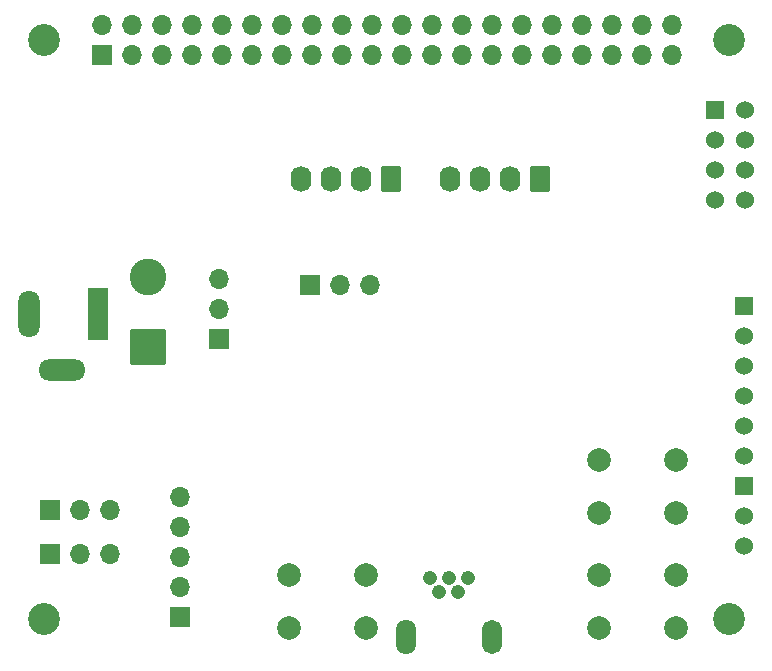
<source format=gbs>
G04 #@! TF.GenerationSoftware,KiCad,Pcbnew,6.0.2+dfsg-1*
G04 #@! TF.CreationDate,2022-08-15T18:06:50-04:00*
G04 #@! TF.ProjectId,titan_2022,74697461-6e5f-4323-9032-322e6b696361,1.2*
G04 #@! TF.SameCoordinates,Original*
G04 #@! TF.FileFunction,Soldermask,Bot*
G04 #@! TF.FilePolarity,Negative*
%FSLAX46Y46*%
G04 Gerber Fmt 4.6, Leading zero omitted, Abs format (unit mm)*
G04 Created by KiCad (PCBNEW 6.0.2+dfsg-1) date 2022-08-15 18:06:50*
%MOMM*%
%LPD*%
G01*
G04 APERTURE LIST*
G04 Aperture macros list*
%AMRoundRect*
0 Rectangle with rounded corners*
0 $1 Rounding radius*
0 $2 $3 $4 $5 $6 $7 $8 $9 X,Y pos of 4 corners*
0 Add a 4 corners polygon primitive as box body*
4,1,4,$2,$3,$4,$5,$6,$7,$8,$9,$2,$3,0*
0 Add four circle primitives for the rounded corners*
1,1,$1+$1,$2,$3*
1,1,$1+$1,$4,$5*
1,1,$1+$1,$6,$7*
1,1,$1+$1,$8,$9*
0 Add four rect primitives between the rounded corners*
20,1,$1+$1,$2,$3,$4,$5,0*
20,1,$1+$1,$4,$5,$6,$7,0*
20,1,$1+$1,$6,$7,$8,$9,0*
20,1,$1+$1,$8,$9,$2,$3,0*%
G04 Aperture macros list end*
%ADD10C,2.700000*%
%ADD11C,2.000000*%
%ADD12R,1.700000X1.700000*%
%ADD13O,1.700000X1.700000*%
%ADD14R,1.524000X1.524000*%
%ADD15C,1.524000*%
%ADD16C,1.208000*%
%ADD17O,1.700000X2.900000*%
%ADD18O,1.700000X2.980000*%
%ADD19R,1.800000X4.400000*%
%ADD20O,1.800000X4.000000*%
%ADD21O,4.000000X1.800000*%
%ADD22RoundRect,0.250000X0.620000X0.845000X-0.620000X0.845000X-0.620000X-0.845000X0.620000X-0.845000X0*%
%ADD23O,1.740000X2.190000*%
%ADD24RoundRect,0.249999X1.300001X-1.300001X1.300001X1.300001X-1.300001X1.300001X-1.300001X-1.300001X0*%
%ADD25C,3.100000*%
G04 APERTURE END LIST*
D10*
X93250000Y-53825000D03*
X151250000Y-53825000D03*
X93250000Y-102825000D03*
X151250000Y-102825000D03*
D11*
X140250000Y-99075000D03*
X146750000Y-99075000D03*
X140250000Y-103575000D03*
X146750000Y-103575000D03*
D12*
X93750000Y-93575000D03*
D13*
X96290000Y-93575000D03*
X98830000Y-93575000D03*
D14*
X152500000Y-76325000D03*
D15*
X152500000Y-78865000D03*
X152500000Y-81405000D03*
X152500000Y-83945000D03*
X152500000Y-86485000D03*
X152500000Y-89025000D03*
D14*
X152500000Y-91565000D03*
D15*
X152500000Y-94105000D03*
X152500000Y-96645000D03*
D12*
X93750000Y-97325000D03*
D13*
X96290000Y-97325000D03*
X98830000Y-97325000D03*
D16*
X125900000Y-99325000D03*
X126700000Y-100525000D03*
X127500000Y-99325000D03*
X128300000Y-100525000D03*
X129100000Y-99325000D03*
D17*
X131150000Y-104375000D03*
D18*
X123850000Y-104375000D03*
D19*
X97750000Y-76975000D03*
D20*
X91950000Y-76975000D03*
D21*
X94750000Y-81775000D03*
D12*
X115725000Y-74575000D03*
D13*
X118265000Y-74575000D03*
X120805000Y-74575000D03*
D11*
X120500000Y-103575000D03*
X114000000Y-103575000D03*
X114000000Y-99075000D03*
X120500000Y-99075000D03*
D22*
X135250000Y-65575000D03*
D23*
X132710000Y-65575000D03*
X130170000Y-65575000D03*
X127630000Y-65575000D03*
D24*
X102000000Y-79825000D03*
D25*
X102000000Y-73825000D03*
D12*
X104750000Y-102650000D03*
D13*
X104750000Y-100110000D03*
X104750000Y-97570000D03*
X104750000Y-95030000D03*
X104750000Y-92490000D03*
D22*
X122560000Y-65555000D03*
D23*
X120020000Y-65555000D03*
X117480000Y-65555000D03*
X114940000Y-65555000D03*
D12*
X108000000Y-79100000D03*
D13*
X108000000Y-76560000D03*
X108000000Y-74020000D03*
D11*
X140250000Y-89325000D03*
X146750000Y-89325000D03*
X140250000Y-93825000D03*
X146750000Y-93825000D03*
D14*
X150000000Y-59700000D03*
D15*
X152540000Y-59700000D03*
X150000000Y-62240000D03*
X152540000Y-62240000D03*
X150000000Y-64780000D03*
X152540000Y-64780000D03*
X150000000Y-67320000D03*
X152540000Y-67320000D03*
D12*
X98120000Y-55095000D03*
D13*
X98120000Y-52555000D03*
X100660000Y-55095000D03*
X100660000Y-52555000D03*
X103200000Y-55095000D03*
X103200000Y-52555000D03*
X105740000Y-55095000D03*
X105740000Y-52555000D03*
X108280000Y-55095000D03*
X108280000Y-52555000D03*
X110820000Y-55095000D03*
X110820000Y-52555000D03*
X113360000Y-55095000D03*
X113360000Y-52555000D03*
X115900000Y-55095000D03*
X115900000Y-52555000D03*
X118440000Y-55095000D03*
X118440000Y-52555000D03*
X120980000Y-55095000D03*
X120980000Y-52555000D03*
X123520000Y-55095000D03*
X123520000Y-52555000D03*
X126060000Y-55095000D03*
X126060000Y-52555000D03*
X128600000Y-55095000D03*
X128600000Y-52555000D03*
X131140000Y-55095000D03*
X131140000Y-52555000D03*
X133680000Y-55095000D03*
X133680000Y-52555000D03*
X136220000Y-55095000D03*
X136220000Y-52555000D03*
X138760000Y-55095000D03*
X138760000Y-52555000D03*
X141300000Y-55095000D03*
X141300000Y-52555000D03*
X143840000Y-55095000D03*
X143840000Y-52555000D03*
X146380000Y-55095000D03*
X146380000Y-52555000D03*
M02*

</source>
